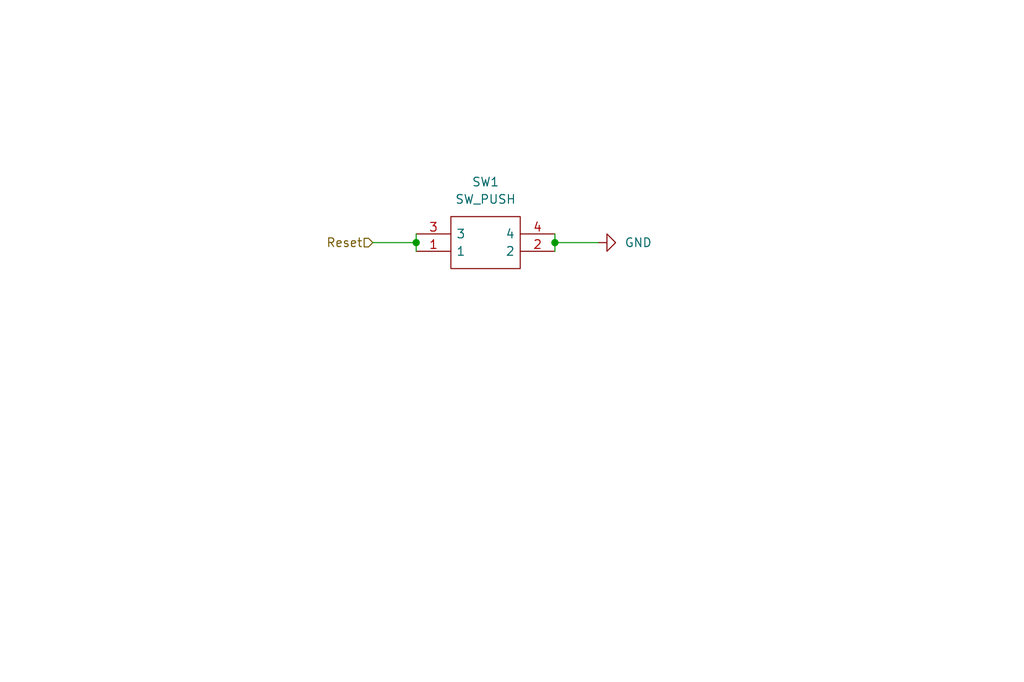
<source format=kicad_sch>
(kicad_sch (version 20211123) (generator eeschema)
  (paper "User" 150.012 99.9998)
  (title_block (title "Ramen80") (date "2022-02-24") (rev "v1.0.0") (company "Ramen Keebs"))
  (lib_symbols
    (symbol "RamenKeebs:PUSH_SW" (pin_names (offset 0.762))
      (property "Reference" "SW" (at 8.89 3.81 0))
      (property "Value" "PUSH_SW" (at 5.08 -6.35 0))
      (symbol "PUSH_SW_0_0"
        (pin passive line (at 0 -2.54 0) (length 5.08) (name "1") (number "1"))
        (pin passive line (at 20.32 -2.54 180) (length 5.08) (name "2") (number "2"))
        (pin passive line (at 0 0 0) (length 5.08) (name "3") (number "3"))
        (pin passive line (at 20.32 0 180) (length 5.08) (name "4") (number "4"))
      )
      (symbol "PUSH_SW_0_1"
        (polyline (pts (xy 5.08 2.54) (xy 15.24 2.54) (xy 15.24 -5.08) (xy 5.08 -5.08) (xy 5.08 2.54)) (stroke (width 0.1524)))
      )
    )
    (symbol "power:GND" (power) (pin_names (offset 0))
      (property "Value" "GND" (at 0 -3.81 0))
      (symbol "GND_0_1"
        (polyline (pts (xy 0 0) (xy 0 -1.27) (xy 1.27 -1.27) (xy 0 -2.54) (xy -1.27 -1.27) (xy 0 -1.27)))
      )
      (symbol "GND_1_1"
        (pin power_in line (at 0 0 270) (length 0) hide (name "GND") (number "1"))
      )
    )
  )
  (junction (at 81.28 35.56))
  (junction (at 60.96 35.56))
  (wire (pts (xy 81.28 34.29) (xy 81.28 35.56)))
  (wire (pts (xy 81.28 35.56) (xy 81.28 36.83)))
  (wire (pts (xy 81.28 35.56) (xy 87.63 35.56)))
  (wire (pts (xy 60.96 35.56) (xy 60.96 34.29)))
  (wire (pts (xy 54.61 35.56) (xy 60.96 35.56)))
  (wire (pts (xy 60.96 35.56) (xy 60.96 36.83)))
  (hierarchical_label "Reset" (shape input) (at 54.61 35.56 180))
  (symbol (lib_id "power:GND") (at 87.63 35.56 90) (unit 1)
    (property "Reference" "#PWR046" (effects hide))
    (property "Value" "GND" (at 91.44 35.5599 90) (effects (justify right)))
  )
  (symbol (lib_id "RamenKeebs:PUSH_SW") (at 60.96 34.29 0) (unit 1)
    (property "Reference" "SW1" (at 71.12 26.67 0))
    (property "Value" "SW_PUSH" (at 71.12 29.21 0))
    (property "Footprint" "SamacSys_Parts:TL3342F160QG" (effects hide))
  )
)
</source>
